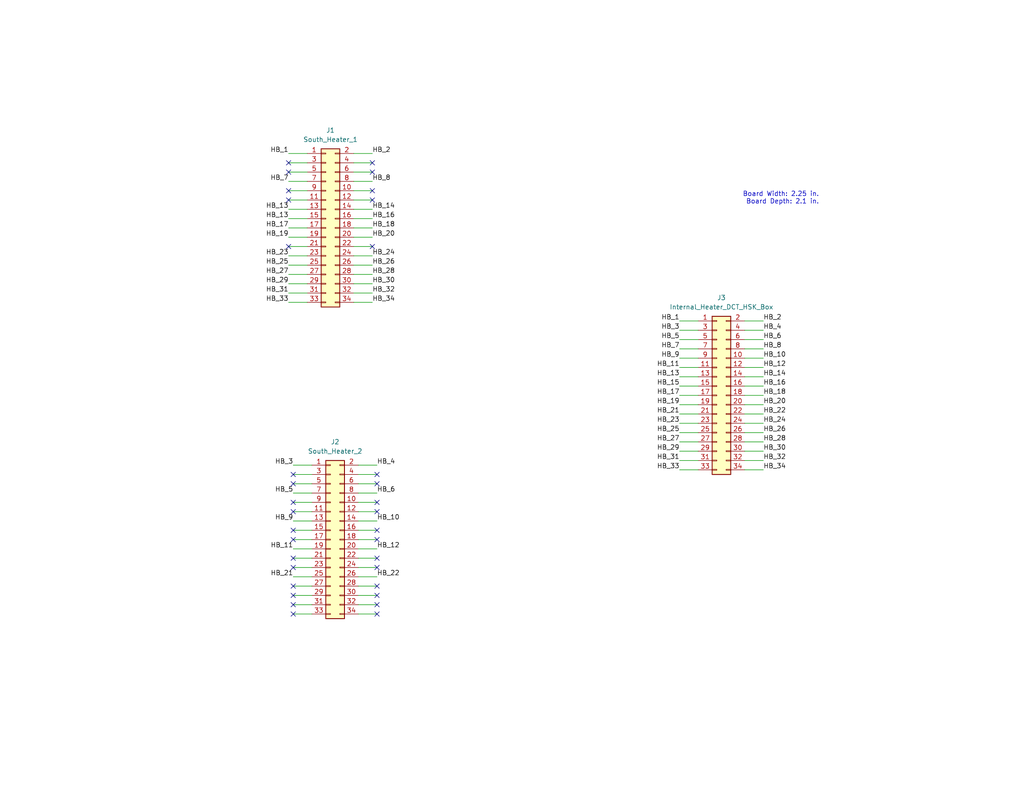
<source format=kicad_sch>
(kicad_sch (version 20211123) (generator eeschema)
  (paper "USLetter")
  (title_block (title "Heater Pass Through South") (rev "A") (company "The Ohio State University"))
  (lib_symbols
    (symbol "Connector_Generic:Conn_02x17_Odd_Even" (pin_names (offset 1.016) hide)
      (property "Reference" "J" (at 1.27 22.86 0))
      (property "Value" "Conn_02x17_Odd_Even" (at 1.27 -22.86 0))
      (symbol "Conn_02x17_Odd_Even_1_1"
        (rectangle (start -1.27 -20.193) (end 0 -20.447) (stroke (width 0.1524)))
        (rectangle (start -1.27 -17.653) (end 0 -17.907) (stroke (width 0.1524)))
        (rectangle (start -1.27 -15.113) (end 0 -15.367) (stroke (width 0.1524)))
        (rectangle (start -1.27 -12.573) (end 0 -12.827) (stroke (width 0.1524)))
        (rectangle (start -1.27 -10.033) (end 0 -10.287) (stroke (width 0.1524)))
        (rectangle (start -1.27 -7.493) (end 0 -7.747) (stroke (width 0.1524)))
        (rectangle (start -1.27 -4.953) (end 0 -5.207) (stroke (width 0.1524)))
        (rectangle (start -1.27 -2.413) (end 0 -2.667) (stroke (width 0.1524)))
        (rectangle (start -1.27 0.127) (end 0 -0.127) (stroke (width 0.1524)))
        (rectangle (start -1.27 2.667) (end 0 2.413) (stroke (width 0.1524)))
        (rectangle (start -1.27 5.207) (end 0 4.953) (stroke (width 0.1524)))
        (rectangle (start -1.27 7.747) (end 0 7.493) (stroke (width 0.1524)))
        (rectangle (start -1.27 10.287) (end 0 10.033) (stroke (width 0.1524)))
        (rectangle (start -1.27 12.827) (end 0 12.573) (stroke (width 0.1524)))
        (rectangle (start -1.27 15.367) (end 0 15.113) (stroke (width 0.1524)))
        (rectangle (start -1.27 17.907) (end 0 17.653) (stroke (width 0.1524)))
        (rectangle (start -1.27 20.447) (end 0 20.193) (stroke (width 0.1524)))
        (rectangle (start -1.27 21.59) (end 3.81 -21.59) (stroke (width 0.254)) (fill (type background)))
        (rectangle (start 3.81 -20.193) (end 2.54 -20.447) (stroke (width 0.1524)))
        (rectangle (start 3.81 -17.653) (end 2.54 -17.907) (stroke (width 0.1524)))
        (rectangle (start 3.81 -15.113) (end 2.54 -15.367) (stroke (width 0.1524)))
        (rectangle (start 3.81 -12.573) (end 2.54 -12.827) (stroke (width 0.1524)))
        (rectangle (start 3.81 -10.033) (end 2.54 -10.287) (stroke (width 0.1524)))
        (rectangle (start 3.81 -7.493) (end 2.54 -7.747) (stroke (width 0.1524)))
        (rectangle (start 3.81 -4.953) (end 2.54 -5.207) (stroke (width 0.1524)))
        (rectangle (start 3.81 -2.413) (end 2.54 -2.667) (stroke (width 0.1524)))
        (rectangle (start 3.81 0.127) (end 2.54 -0.127) (stroke (width 0.1524)))
        (rectangle (start 3.81 2.667) (end 2.54 2.413) (stroke (width 0.1524)))
        (rectangle (start 3.81 5.207) (end 2.54 4.953) (stroke (width 0.1524)))
        (rectangle (start 3.81 7.747) (end 2.54 7.493) (stroke (width 0.1524)))
        (rectangle (start 3.81 10.287) (end 2.54 10.033) (stroke (width 0.1524)))
        (rectangle (start 3.81 12.827) (end 2.54 12.573) (stroke (width 0.1524)))
        (rectangle (start 3.81 15.367) (end 2.54 15.113) (stroke (width 0.1524)))
        (rectangle (start 3.81 17.907) (end 2.54 17.653) (stroke (width 0.1524)))
        (rectangle (start 3.81 20.447) (end 2.54 20.193) (stroke (width 0.1524)))
        (pin passive line (at -5.08 20.32 0) (length 3.81) (name "Pin_1") (number "1"))
        (pin passive line (at 7.62 10.16 180) (length 3.81) (name "Pin_10") (number "10"))
        (pin passive line (at -5.08 7.62 0) (length 3.81) (name "Pin_11") (number "11"))
        (pin passive line (at 7.62 7.62 180) (length 3.81) (name "Pin_12") (number "12"))
        (pin passive line (at -5.08 5.08 0) (length 3.81) (name "Pin_13") (number "13"))
        (pin passive line (at 7.62 5.08 180) (length 3.81) (name "Pin_14") (number "14"))
        (pin passive line (at -5.08 2.54 0) (length 3.81) (name "Pin_15") (number "15"))
        (pin passive line (at 7.62 2.54 180) (length 3.81) (name "Pin_16") (number "16"))
        (pin passive line (at -5.08 0 0) (length 3.81) (name "Pin_17") (number "17"))
        (pin passive line (at 7.62 0 180) (length 3.81) (name "Pin_18") (number "18"))
        (pin passive line (at -5.08 -2.54 0) (length 3.81) (name "Pin_19") (number "19"))
        (pin passive line (at 7.62 20.32 180) (length 3.81) (name "Pin_2") (number "2"))
        (pin passive line (at 7.62 -2.54 180) (length 3.81) (name "Pin_20") (number "20"))
        (pin passive line (at -5.08 -5.08 0) (length 3.81) (name "Pin_21") (number "21"))
        (pin passive line (at 7.62 -5.08 180) (length 3.81) (name "Pin_22") (number "22"))
        (pin passive line (at -5.08 -7.62 0) (length 3.81) (name "Pin_23") (number "23"))
        (pin passive line (at 7.62 -7.62 180) (length 3.81) (name "Pin_24") (number "24"))
        (pin passive line (at -5.08 -10.16 0) (length 3.81) (name "Pin_25") (number "25"))
        (pin passive line (at 7.62 -10.16 180) (length 3.81) (name "Pin_26") (number "26"))
        (pin passive line (at -5.08 -12.7 0) (length 3.81) (name "Pin_27") (number "27"))
        (pin passive line (at 7.62 -12.7 180) (length 3.81) (name "Pin_28") (number "28"))
        (pin passive line (at -5.08 -15.24 0) (length 3.81) (name "Pin_29") (number "29"))
        (pin passive line (at -5.08 17.78 0) (length 3.81) (name "Pin_3") (number "3"))
        (pin passive line (at 7.62 -15.24 180) (length 3.81) (name "Pin_30") (number "30"))
        (pin passive line (at -5.08 -17.78 0) (length 3.81) (name "Pin_31") (number "31"))
        (pin passive line (at 7.62 -17.78 180) (length 3.81) (name "Pin_32") (number "32"))
        (pin passive line (at -5.08 -20.32 0) (length 3.81) (name "Pin_33") (number "33"))
        (pin passive line (at 7.62 -20.32 180) (length 3.81) (name "Pin_34") (number "34"))
        (pin passive line (at 7.62 17.78 180) (length 3.81) (name "Pin_4") (number "4"))
        (pin passive line (at -5.08 15.24 0) (length 3.81) (name "Pin_5") (number "5"))
        (pin passive line (at 7.62 15.24 180) (length 3.81) (name "Pin_6") (number "6"))
        (pin passive line (at -5.08 12.7 0) (length 3.81) (name "Pin_7") (number "7"))
        (pin passive line (at 7.62 12.7 180) (length 3.81) (name "Pin_8") (number "8"))
        (pin passive line (at -5.08 10.16 0) (length 3.81) (name "Pin_9") (number "9"))
      )
    )
  )
  (no_connect (at 78.74 52.07))
  (no_connect (at 101.6 44.45))
  (no_connect (at 101.6 46.99))
  (no_connect (at 78.74 44.45))
  (no_connect (at 78.74 46.99))
  (no_connect (at 101.6 52.07))
  (no_connect (at 101.6 54.61))
  (no_connect (at 78.74 54.61))
  (no_connect (at 78.74 67.31))
  (no_connect (at 101.6 67.31))
  (no_connect (at 80.01 132.08))
  (no_connect (at 102.87 129.54))
  (no_connect (at 102.87 132.08))
  (no_connect (at 80.01 137.16))
  (no_connect (at 80.01 139.7))
  (no_connect (at 102.87 147.32))
  (no_connect (at 102.87 139.7))
  (no_connect (at 102.87 144.78))
  (no_connect (at 80.01 144.78))
  (no_connect (at 80.01 147.32))
  (no_connect (at 80.01 129.54))
  (no_connect (at 102.87 137.16))
  (no_connect (at 80.01 160.02))
  (no_connect (at 80.01 162.56))
  (no_connect (at 80.01 152.4))
  (no_connect (at 80.01 154.94))
  (no_connect (at 102.87 167.64))
  (no_connect (at 102.87 165.1))
  (no_connect (at 102.87 154.94))
  (no_connect (at 102.87 152.4))
  (no_connect (at 102.87 162.56))
  (no_connect (at 102.87 160.02))
  (no_connect (at 80.01 165.1))
  (no_connect (at 80.01 167.64))
  (wire (pts (xy 80.01 152.4) (xy 85.09 152.4)))
  (wire (pts (xy 185.42 125.73) (xy 190.5 125.73)))
  (wire (pts (xy 203.2 87.63) (xy 208.28 87.63)))
  (wire (pts (xy 80.01 142.24) (xy 85.09 142.24)))
  (wire (pts (xy 80.01 139.7) (xy 85.09 139.7)))
  (wire (pts (xy 185.42 90.17) (xy 190.5 90.17)))
  (wire (pts (xy 80.01 134.62) (xy 85.09 134.62)))
  (wire (pts (xy 80.01 157.48) (xy 85.09 157.48)))
  (wire (pts (xy 97.79 154.94) (xy 102.87 154.94)))
  (wire (pts (xy 96.52 69.85) (xy 101.6 69.85)))
  (wire (pts (xy 97.79 132.08) (xy 102.87 132.08)))
  (wire (pts (xy 185.42 95.25) (xy 190.5 95.25)))
  (wire (pts (xy 78.74 46.99) (xy 83.82 46.99)))
  (wire (pts (xy 80.01 137.16) (xy 85.09 137.16)))
  (wire (pts (xy 80.01 129.54) (xy 85.09 129.54)))
  (wire (pts (xy 78.74 74.93) (xy 83.82 74.93)))
  (wire (pts (xy 78.74 67.31) (xy 83.82 67.31)))
  (wire (pts (xy 185.42 118.11) (xy 190.5 118.11)))
  (wire (pts (xy 78.74 59.69) (xy 83.82 59.69)))
  (wire (pts (xy 203.2 105.41) (xy 208.28 105.41)))
  (wire (pts (xy 185.42 107.95) (xy 190.5 107.95)))
  (wire (pts (xy 80.01 154.94) (xy 85.09 154.94)))
  (wire (pts (xy 80.01 127) (xy 85.09 127)))
  (wire (pts (xy 185.42 105.41) (xy 190.5 105.41)))
  (wire (pts (xy 203.2 123.19) (xy 208.28 123.19)))
  (wire (pts (xy 97.79 134.62) (xy 102.87 134.62)))
  (wire (pts (xy 96.52 54.61) (xy 101.6 54.61)))
  (wire (pts (xy 203.2 102.87) (xy 208.28 102.87)))
  (wire (pts (xy 185.42 115.57) (xy 190.5 115.57)))
  (wire (pts (xy 203.2 115.57) (xy 208.28 115.57)))
  (wire (pts (xy 96.52 72.39) (xy 101.6 72.39)))
  (wire (pts (xy 203.2 97.79) (xy 208.28 97.79)))
  (wire (pts (xy 203.2 113.03) (xy 208.28 113.03)))
  (wire (pts (xy 78.74 82.55) (xy 83.82 82.55)))
  (wire (pts (xy 96.52 49.53) (xy 101.6 49.53)))
  (wire (pts (xy 96.52 44.45) (xy 101.6 44.45)))
  (wire (pts (xy 185.42 102.87) (xy 190.5 102.87)))
  (wire (pts (xy 78.74 77.47) (xy 83.82 77.47)))
  (wire (pts (xy 203.2 90.17) (xy 208.28 90.17)))
  (wire (pts (xy 78.74 62.23) (xy 83.82 62.23)))
  (wire (pts (xy 185.42 100.33) (xy 190.5 100.33)))
  (wire (pts (xy 80.01 160.02) (xy 85.09 160.02)))
  (wire (pts (xy 96.52 62.23) (xy 101.6 62.23)))
  (wire (pts (xy 185.42 113.03) (xy 190.5 113.03)))
  (wire (pts (xy 80.01 162.56) (xy 85.09 162.56)))
  (wire (pts (xy 97.79 165.1) (xy 102.87 165.1)))
  (wire (pts (xy 96.52 74.93) (xy 101.6 74.93)))
  (wire (pts (xy 96.52 77.47) (xy 101.6 77.47)))
  (wire (pts (xy 78.74 57.15) (xy 83.82 57.15)))
  (wire (pts (xy 97.79 144.78) (xy 102.87 144.78)))
  (wire (pts (xy 78.74 49.53) (xy 83.82 49.53)))
  (wire (pts (xy 96.52 80.01) (xy 101.6 80.01)))
  (wire (pts (xy 78.74 52.07) (xy 83.82 52.07)))
  (wire (pts (xy 203.2 110.49) (xy 208.28 110.49)))
  (wire (pts (xy 97.79 137.16) (xy 102.87 137.16)))
  (wire (pts (xy 78.74 54.61) (xy 83.82 54.61)))
  (wire (pts (xy 80.01 149.86) (xy 85.09 149.86)))
  (wire (pts (xy 80.01 165.1) (xy 85.09 165.1)))
  (wire (pts (xy 97.79 139.7) (xy 102.87 139.7)))
  (wire (pts (xy 78.74 44.45) (xy 83.82 44.45)))
  (wire (pts (xy 78.74 72.39) (xy 83.82 72.39)))
  (wire (pts (xy 97.79 160.02) (xy 102.87 160.02)))
  (wire (pts (xy 203.2 92.71) (xy 208.28 92.71)))
  (wire (pts (xy 78.74 80.01) (xy 83.82 80.01)))
  (wire (pts (xy 97.79 142.24) (xy 102.87 142.24)))
  (wire (pts (xy 96.52 41.91) (xy 101.6 41.91)))
  (wire (pts (xy 80.01 132.08) (xy 85.09 132.08)))
  (wire (pts (xy 203.2 120.65) (xy 208.28 120.65)))
  (wire (pts (xy 203.2 95.25) (xy 208.28 95.25)))
  (wire (pts (xy 185.42 97.79) (xy 190.5 97.79)))
  (wire (pts (xy 78.74 64.77) (xy 83.82 64.77)))
  (wire (pts (xy 80.01 167.64) (xy 85.09 167.64)))
  (wire (pts (xy 185.42 120.65) (xy 190.5 120.65)))
  (wire (pts (xy 97.79 152.4) (xy 102.87 152.4)))
  (wire (pts (xy 185.42 123.19) (xy 190.5 123.19)))
  (wire (pts (xy 96.52 46.99) (xy 101.6 46.99)))
  (wire (pts (xy 203.2 118.11) (xy 208.28 118.11)))
  (wire (pts (xy 78.74 41.91) (xy 83.82 41.91)))
  (wire (pts (xy 97.79 149.86) (xy 102.87 149.86)))
  (wire (pts (xy 203.2 107.95) (xy 208.28 107.95)))
  (wire (pts (xy 97.79 147.32) (xy 102.87 147.32)))
  (wire (pts (xy 80.01 144.78) (xy 85.09 144.78)))
  (wire (pts (xy 185.42 92.71) (xy 190.5 92.71)))
  (wire (pts (xy 96.52 82.55) (xy 101.6 82.55)))
  (wire (pts (xy 185.42 110.49) (xy 190.5 110.49)))
  (wire (pts (xy 203.2 128.27) (xy 208.28 128.27)))
  (wire (pts (xy 97.79 157.48) (xy 102.87 157.48)))
  (wire (pts (xy 203.2 125.73) (xy 208.28 125.73)))
  (wire (pts (xy 203.2 100.33) (xy 208.28 100.33)))
  (wire (pts (xy 96.52 67.31) (xy 101.6 67.31)))
  (wire (pts (xy 96.52 57.15) (xy 101.6 57.15)))
  (wire (pts (xy 97.79 127) (xy 102.87 127)))
  (wire (pts (xy 96.52 64.77) (xy 101.6 64.77)))
  (wire (pts (xy 185.42 128.27) (xy 190.5 128.27)))
  (wire (pts (xy 80.01 147.32) (xy 85.09 147.32)))
  (wire (pts (xy 185.42 87.63) (xy 190.5 87.63)))
  (wire (pts (xy 97.79 167.64) (xy 102.87 167.64)))
  (wire (pts (xy 96.52 52.07) (xy 101.6 52.07)))
  (wire (pts (xy 78.74 69.85) (xy 83.82 69.85)))
  (wire (pts (xy 96.52 59.69) (xy 101.6 59.69)))
  (wire (pts (xy 97.79 162.56) (xy 102.87 162.56)))
  (wire (pts (xy 97.79 129.54) (xy 102.87 129.54)))
  (text "Board Width: 2.25 in.\nBoard Depth: 2.1 in." (at 223.52 55.88 180) (effects (font (size 1.27 1.27)) (justify right bottom)))
  (label "HB_10" (at 102.87 142.24 0))
  (label "HB_3" (at 80.01 127 180))
  (label "HB_9" (at 80.01 142.24 180))
  (label "HB_16" (at 208.28 105.41 0))
  (label "HB_21" (at 80.01 157.48 180))
  (label "HB_29" (at 185.42 123.19 180))
  (label "HB_13" (at 185.42 102.87 180))
  (label "HB_25" (at 78.74 72.39 180))
  (label "HB_34" (at 101.6 82.55 0))
  (label "HB_32" (at 208.28 125.73 0))
  (label "HB_15" (at 185.42 105.41 180))
  (label "HB_20" (at 101.6 64.77 0))
  (label "HB_25" (at 185.42 118.11 180))
  (label "HB_16" (at 101.6 59.69 0))
  (label "HB_22" (at 102.87 157.48 0))
  (label "HB_13" (at 78.74 57.15 180))
  (label "HB_5" (at 80.01 134.62 180))
  (label "HB_31" (at 185.42 125.73 180))
  (label "HB_17" (at 78.74 62.23 180))
  (label "HB_3" (at 185.42 90.17 180))
  (label "HB_1" (at 78.74 41.91 180))
  (label "HB_26" (at 208.28 118.11 0))
  (label "HB_14" (at 101.6 57.15 0))
  (label "HB_24" (at 101.6 69.85 0))
  (label "HB_1" (at 185.42 87.63 180))
  (label "HB_23" (at 185.42 115.57 180))
  (label "HB_29" (at 78.74 77.47 180))
  (label "HB_32" (at 101.6 80.01 0))
  (label "HB_5" (at 185.42 92.71 180))
  (label "HB_9" (at 185.42 97.79 180))
  (label "HB_7" (at 78.74 49.53 180))
  (label "HB_27" (at 185.42 120.65 180))
  (label "HB_18" (at 101.6 62.23 0))
  (label "HB_33" (at 185.42 128.27 180))
  (label "HB_23" (at 78.74 69.85 180))
  (label "HB_12" (at 208.28 100.33 0))
  (label "HB_2" (at 208.28 87.63 0))
  (label "HB_30" (at 208.28 123.19 0))
  (label "HB_34" (at 208.28 128.27 0))
  (label "HB_27" (at 78.74 74.93 180))
  (label "HB_19" (at 185.42 110.49 180))
  (label "HB_19" (at 78.74 64.77 180))
  (label "HB_28" (at 208.28 120.65 0))
  (label "HB_31" (at 78.74 80.01 180))
  (label "HB_26" (at 101.6 72.39 0))
  (label "HB_21" (at 185.42 113.03 180))
  (label "HB_24" (at 208.28 115.57 0))
  (label "HB_4" (at 102.87 127 0))
  (label "HB_11" (at 185.42 100.33 180))
  (label "HB_2" (at 101.6 41.91 0))
  (label "HB_14" (at 208.28 102.87 0))
  (label "HB_7" (at 185.42 95.25 180))
  (label "HB_13" (at 78.74 59.69 180))
  (label "HB_28" (at 101.6 74.93 0))
  (label "HB_4" (at 208.28 90.17 0))
  (label "HB_12" (at 102.87 149.86 0))
  (label "HB_33" (at 78.74 82.55 180))
  (label "HB_8" (at 208.28 95.25 0))
  (label "HB_11" (at 80.01 149.86 180))
  (label "HB_6" (at 102.87 134.62 0))
  (label "HB_17" (at 185.42 107.95 180))
  (label "HB_30" (at 101.6 77.47 0))
  (label "HB_10" (at 208.28 97.79 0))
  (label "HB_20" (at 208.28 110.49 0))
  (label "HB_8" (at 101.6 49.53 0))
  (label "HB_18" (at 208.28 107.95 0))
  (label "HB_22" (at 208.28 113.03 0))
  (label "HB_6" (at 208.28 92.71 0))
  (symbol (lib_id "Connector_Generic:Conn_02x17_Odd_Even") (at 195.58 107.95 0) (unit 1)
    (property "Reference" "J3" (at 196.85 81.28 0))
    (property "Value" "Internal_Heater_DCT_HSK_Box" (at 196.85 83.82 0))
    (property "Footprint" "HELIX:HELIX_DCT_ICDconnector34pin_corrected" (effects hide))
  )
  (symbol (lib_id "Connector_Generic:Conn_02x17_Odd_Even") (at 88.9 62.23 0) (unit 1)
    (property "Reference" "J1" (at 90.17 35.56 0))
    (property "Value" "South_Heater_1" (at 90.17 38.1 0))
    (property "Footprint" "HELIX:HELIX_DCT_ICDconnector34pin_corrected" (effects hide))
  )
  (symbol (lib_id "Connector_Generic:Conn_02x17_Odd_Even") (at 90.17 147.32 0) (unit 1)
    (property "Reference" "J2" (at 91.44 120.65 0))
    (property "Value" "South_Heater_2" (at 91.44 123.19 0))
    (property "Footprint" "HELIX:HELIX_DCT_ICDconnector34pin_corrected" (effects hide))
  )
)
</source>
